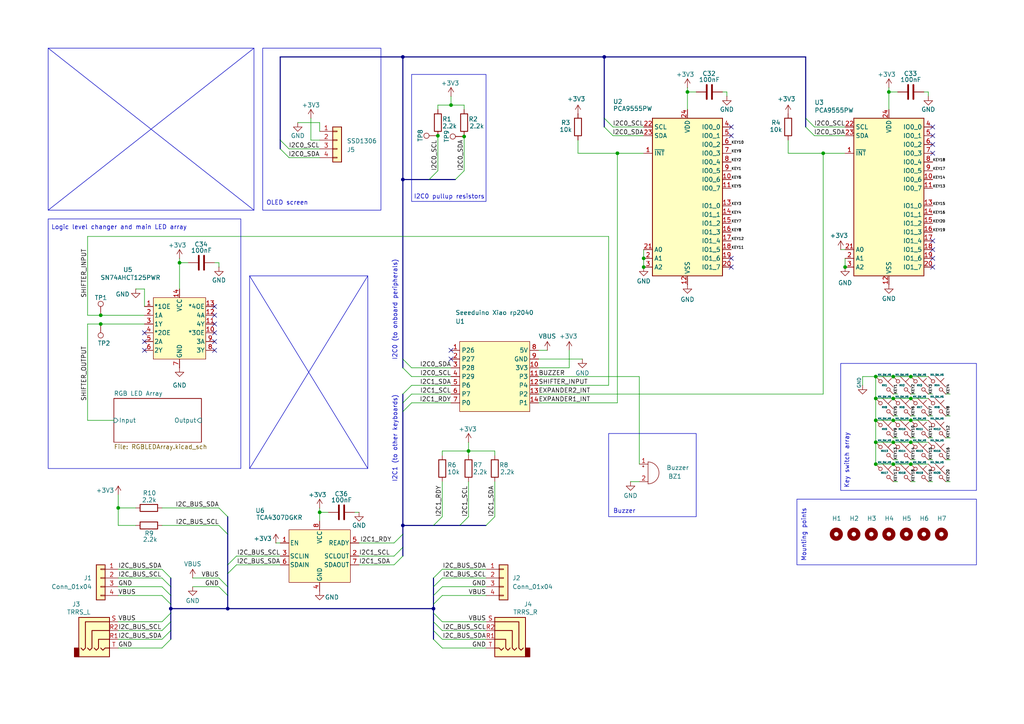
<source format=kicad_sch>
(kicad_sch (version 20250114) (generator "eeschema") (generator_version "9.0")
  (paper "A4")
  (title_block (title "The Interchange Keyboard - Hackpad Module") (date "2025-04-23") (company "Edward Hesketh"))
  (rectangle (start 243.84 105.41) (end 283.21 142.24))
  (rectangle (start 231.14 144.78) (end 283.21 163.83))
  (rectangle (start 176.53 125.73) (end 201.93 149.86))
  (rectangle (start 72.39 80.01) (end 106.68 135.89))
  (rectangle (start 13.97 13.97) (end 73.66 60.96))
  (rectangle (start 76.2 13.97) (end 110.49 60.96))
  (rectangle (start 13.97 63.5) (end 69.85 135.89))
  (rectangle (start 119.38 21.59) (end 140.97 58.42))
  (text "I2C1 (to other keyboards)" (at 114.554 127.254 90) (effects (font (size 1.27 1.27))))
  (text "I2C0 pullup resistors" (at 130.302 57.15 0) (effects (font (size 1.27 1.27))))
  (text "Buzzer" (at 181.102 148.336 0) (effects (font (size 1.27 1.27))))
  (text "Mounting points" (at 233.172 155.194 90) (effects (font (size 1.27 1.27))))
  (text "OLED screen" (at 83.312 58.928 0) (effects (font (size 1.27 1.27))))
  (text "Key switch array" (at 245.618 133.604 90) (effects (font (size 1.27 1.27))))
  (text "I2C0 (to onboard peripherals)" (at 114.554 89.916 90) (effects (font (size 1.27 1.27))))
  (text "Logic level changer and main LED array" (at 34.544 66.04 0) (effects (font (size 1.27 1.27))))
  (junction (at 259.08 109.22))
  (junction (at 34.29 147.32))
  (junction (at 254 115.57))
  (junction (at 245.11 77.47))
  (junction (at 264.16 128.27))
  (junction (at 134.62 39.5919))
  (junction (at 116.84 52.07))
  (junction (at 254 134.62))
  (junction (at 130.81 30.48))
  (junction (at 175.26 16.51))
  (junction (at 135.89 130.81))
  (junction (at 52.07 76.2))
  (junction (at 264.16 115.57))
  (junction (at 49.53 176.53))
  (junction (at 186.69 77.47))
  (junction (at 92.71 148.59))
  (junction (at 264.16 121.92))
  (junction (at 66.04 176.53))
  (junction (at 264.16 109.22))
  (junction (at 254 121.92))
  (junction (at 116.84 16.51))
  (junction (at 259.08 134.62))
  (junction (at 186.69 74.93))
  (junction (at 257.81 26.67))
  (junction (at 259.08 115.57))
  (junction (at 127 39.37))
  (junction (at 125.73 176.53))
  (junction (at 29.21 91.44))
  (junction (at 264.16 134.62))
  (junction (at 238.76 44.45))
  (junction (at 259.08 128.27))
  (junction (at 29.21 93.98))
  (junction (at 199.39 26.67))
  (junction (at 179.07 44.45))
  (junction (at 254 109.22))
  (junction (at 259.08 121.92))
  (junction (at 254 128.27))
  (junction (at 116.84 152.4))
  (no_connect (at 270.51 41.91))
  (no_connect (at 212.09 39.37))
  (no_connect (at 62.23 91.44))
  (no_connect (at 130.81 101.6))
  (no_connect (at 270.51 72.39))
  (no_connect (at 270.51 44.45))
  (no_connect (at 270.51 77.47))
  (no_connect (at 62.23 88.9))
  (no_connect (at 270.51 36.83))
  (no_connect (at 41.91 101.6))
  (no_connect (at 212.09 77.47))
  (no_connect (at 41.91 96.52))
  (no_connect (at 62.23 101.6))
  (no_connect (at 270.51 74.93))
  (no_connect (at 62.23 99.06))
  (no_connect (at 62.23 96.52))
  (no_connect (at 62.23 93.98))
  (no_connect (at 130.81 104.14))
  (no_connect (at 270.51 39.37))
  (no_connect (at 212.09 36.83))
  (no_connect (at 212.09 74.93))
  (no_connect (at 270.51 69.85))
  (no_connect (at 41.91 99.06))
  (bus_entry (at 125.73 152.4) (size 2.54 -2.54))
  (bus_entry (at 133.35 152.4) (size 2.54 -2.54))
  (bus_entry (at 116.84 114.3) (size 2.54 -2.54))
  (bus_entry (at 140.97 152.4) (size 2.54 -2.54))
  (bus_entry (at 175.26 34.29) (size 2.54 2.54))
  (bus_entry (at 128.27 165.1) (size -2.54 2.54))
  (bus_entry (at 46.99 170.18) (size 2.54 2.54))
  (bus_entry (at 66.04 170.18) (size -2.54 -2.54))
  (bus_entry (at 128.27 172.72) (size -2.54 2.54))
  (bus_entry (at 128.27 185.42) (size -2.54 -2.54))
  (bus_entry (at 66.04 172.72) (size -2.54 -2.54))
  (bus_entry (at 81.28 43.18) (size 2.54 2.54))
  (bus_entry (at 46.99 185.42) (size 2.54 -2.54))
  (bus_entry (at 68.58 161.29) (size -2.54 2.54))
  (bus_entry (at 175.26 36.83) (size 2.54 2.54))
  (bus_entry (at 128.27 187.96) (size -2.54 -2.54))
  (bus_entry (at 66.04 149.86) (size -2.54 -2.54))
  (bus_entry (at 116.84 116.84) (size 2.54 -2.54))
  (bus_entry (at 233.68 34.29) (size 2.54 2.54))
  (bus_entry (at 116.84 161.29) (size -2.54 2.54))
  (bus_entry (at 46.99 172.72) (size 2.54 2.54))
  (bus_entry (at 128.27 167.64) (size -2.54 2.54))
  (bus_entry (at 116.84 119.38) (size 2.54 -2.54))
  (bus_entry (at 128.27 182.88) (size -2.54 -2.54))
  (bus_entry (at 116.84 106.68) (size 2.54 2.54))
  (bus_entry (at 124.46 52.07) (size 2.54 -2.54))
  (bus_entry (at 114.3 157.48) (size 2.54 -2.54))
  (bus_entry (at 66.04 154.94) (size -2.54 -2.54))
  (bus_entry (at 132.08 52.07) (size 2.54 -2.54))
  (bus_entry (at 233.68 36.83) (size 2.54 2.54))
  (bus_entry (at 46.99 167.64) (size 2.54 2.54))
  (bus_entry (at 46.99 187.96) (size 2.54 -2.54))
  (bus_entry (at 46.99 182.88) (size 2.54 -2.54))
  (bus_entry (at 46.99 180.34) (size 2.54 -2.54))
  (bus_entry (at 46.99 165.1) (size 2.54 2.54))
  (bus_entry (at 68.58 163.83) (size -2.54 2.54))
  (bus_entry (at 116.84 158.75) (size -2.54 2.54))
  (bus_entry (at 81.28 40.64) (size 2.54 2.54))
  (bus_entry (at 128.27 180.34) (size -2.54 -2.54))
  (bus_entry (at 116.84 104.14) (size 2.54 2.54))
  (bus_entry (at 128.27 170.18) (size -2.54 2.54))
  (bus (pts (xy 49.53 176.53) (xy 66.04 176.53)))
  (wire (pts (xy 80.01 157.48) (xy 81.28 157.48)))
  (bus (pts (xy 81.28 40.64) (xy 81.28 43.18)))
  (wire (pts (xy 25.4 68.58) (xy 25.4 91.44)))
  (wire (pts (xy 156.21 116.84) (xy 179.07 116.84)))
  (wire (pts (xy 259.08 109.22) (xy 264.16 109.22)))
  (bus (pts (xy 116.84 16.51) (xy 175.26 16.51)))
  (bus (pts (xy 49.53 177.8) (xy 49.53 180.34)))
  (wire (pts (xy 46.99 187.96) (xy 34.29 187.96)))
  (wire (pts (xy 39.37 83.82) (xy 41.91 83.82)))
  (wire (pts (xy 46.99 147.32) (xy 63.5 147.32)))
  (wire (pts (xy 254 121.92) (xy 254 128.27)))
  (wire (pts (xy 260.35 133.35) (xy 259.08 133.35)))
  (bus (pts (xy 125.73 180.34) (xy 125.73 182.88)))
  (wire (pts (xy 245.11 74.93) (xy 245.11 77.47)))
  (bus (pts (xy 81.28 16.51) (xy 81.28 40.64)))
  (wire (pts (xy 25.4 93.98) (xy 25.4 121.92)))
  (bus (pts (xy 125.73 176.53) (xy 125.73 177.8)))
  (bus (pts (xy 116.84 52.07) (xy 124.46 52.07)))
  (wire (pts (xy 260.35 120.65) (xy 259.08 120.65)))
  (wire (pts (xy 265.43 120.65) (xy 264.16 120.65)))
  (wire (pts (xy 254 109.22) (xy 250.19 109.22)))
  (wire (pts (xy 260.35 26.67) (xy 257.81 26.67)))
  (wire (pts (xy 119.38 106.68) (xy 130.81 106.68)))
  (wire (pts (xy 177.8 39.37) (xy 186.69 39.37)))
  (wire (pts (xy 275.59 120.65) (xy 274.32 120.65)))
  (wire (pts (xy 264.16 121.92) (xy 269.24 121.92)))
  (wire (pts (xy 257.81 25.4) (xy 257.81 26.67)))
  (wire (pts (xy 260.35 139.7) (xy 259.08 139.7)))
  (wire (pts (xy 168.91 104.14) (xy 156.21 104.14)))
  (wire (pts (xy 54.61 76.2) (xy 52.07 76.2)))
  (wire (pts (xy 128.27 165.1) (xy 140.97 165.1)))
  (bus (pts (xy 49.53 182.88) (xy 49.53 185.42)))
  (wire (pts (xy 143.51 139.7) (xy 143.51 149.86)))
  (wire (pts (xy 238.76 44.45) (xy 245.11 44.45)))
  (wire (pts (xy 34.29 152.4) (xy 39.37 152.4)))
  (bus (pts (xy 116.84 104.14) (xy 116.84 106.68)))
  (wire (pts (xy 270.51 139.7) (xy 269.24 139.7)))
  (wire (pts (xy 86.36 35.56) (xy 92.71 35.56)))
  (wire (pts (xy 128.27 187.96) (xy 140.97 187.96)))
  (wire (pts (xy 130.81 30.48) (xy 134.62 30.48)))
  (wire (pts (xy 259.08 128.27) (xy 264.16 128.27)))
  (wire (pts (xy 104.14 157.48) (xy 114.3 157.48)))
  (wire (pts (xy 128.27 132.08) (xy 128.27 130.81)))
  (wire (pts (xy 25.4 121.92) (xy 33.02 121.92)))
  (wire (pts (xy 41.91 83.82) (xy 41.91 88.9)))
  (wire (pts (xy 46.99 172.72) (xy 34.29 172.72)))
  (bus (pts (xy 116.84 152.4) (xy 116.84 154.94)))
  (bus (pts (xy 125.73 167.64) (xy 125.73 170.18)))
  (bus (pts (xy 49.53 175.26) (xy 49.53 176.53)))
  (wire (pts (xy 63.5 77.47) (xy 63.5 76.2)))
  (wire (pts (xy 269.24 26.67) (xy 267.97 26.67)))
  (wire (pts (xy 254 128.27) (xy 259.08 128.27)))
  (wire (pts (xy 68.58 161.29) (xy 81.28 161.29)))
  (wire (pts (xy 259.08 115.57) (xy 264.16 115.57)))
  (wire (pts (xy 185.42 109.22) (xy 185.42 134.62)))
  (bus (pts (xy 49.53 172.72) (xy 49.53 175.26)))
  (wire (pts (xy 254 115.57) (xy 254 121.92)))
  (wire (pts (xy 228.6 44.45) (xy 238.76 44.45)))
  (wire (pts (xy 83.82 45.72) (xy 92.71 45.72)))
  (bus (pts (xy 66.04 170.18) (xy 66.04 172.72)))
  (wire (pts (xy 185.42 109.22) (xy 156.21 109.22)))
  (wire (pts (xy 275.59 114.3) (xy 274.32 114.3)))
  (wire (pts (xy 265.43 139.7) (xy 264.16 139.7)))
  (wire (pts (xy 167.64 44.45) (xy 167.64 40.64)))
  (bus (pts (xy 116.84 114.3) (xy 116.84 116.84)))
  (wire (pts (xy 52.07 74.93) (xy 52.07 76.2)))
  (wire (pts (xy 29.21 93.98) (xy 41.91 93.98)))
  (bus (pts (xy 66.04 149.86) (xy 66.04 154.94)))
  (wire (pts (xy 90.17 40.64) (xy 92.71 40.64)))
  (bus (pts (xy 66.04 176.53) (xy 125.73 176.53)))
  (wire (pts (xy 260.35 127) (xy 259.08 127)))
  (wire (pts (xy 254 128.27) (xy 254 134.62)))
  (wire (pts (xy 92.71 35.56) (xy 92.71 38.1)))
  (wire (pts (xy 265.43 127) (xy 264.16 127)))
  (wire (pts (xy 46.99 167.64) (xy 34.29 167.64)))
  (bus (pts (xy 49.53 170.18) (xy 49.53 172.72)))
  (bus (pts (xy 233.68 16.51) (xy 233.68 34.29)))
  (wire (pts (xy 135.89 130.81) (xy 135.89 132.08)))
  (wire (pts (xy 250.19 109.22) (xy 250.19 111.76)))
  (wire (pts (xy 63.5 167.64) (xy 55.88 167.64)))
  (wire (pts (xy 90.17 34.29) (xy 90.17 40.64)))
  (wire (pts (xy 34.29 147.32) (xy 34.29 152.4)))
  (wire (pts (xy 201.93 26.67) (xy 199.39 26.67)))
  (wire (pts (xy 46.99 182.88) (xy 34.29 182.88)))
  (wire (pts (xy 127 39.37) (xy 127 49.53)))
  (wire (pts (xy 119.38 116.84) (xy 130.81 116.84)))
  (wire (pts (xy 130.81 27.94) (xy 130.81 30.48)))
  (wire (pts (xy 39.37 147.32) (xy 34.29 147.32)))
  (polyline (pts (xy 106.68 80.01) (xy 72.39 135.89)))
  (wire (pts (xy 199.39 25.4) (xy 199.39 26.67)))
  (bus (pts (xy 125.73 175.26) (xy 125.73 176.53)))
  (wire (pts (xy 128.27 182.88) (xy 140.97 182.88)))
  (wire (pts (xy 243.84 72.39) (xy 245.11 72.39)))
  (wire (pts (xy 176.53 68.58) (xy 25.4 68.58)))
  (wire (pts (xy 199.39 26.67) (xy 199.39 31.75)))
  (bus (pts (xy 125.73 177.8) (xy 125.73 180.34)))
  (polyline (pts (xy 73.66 13.97) (xy 13.97 60.96)))
  (bus (pts (xy 125.73 152.4) (xy 133.35 152.4)))
  (wire (pts (xy 119.38 114.3) (xy 130.81 114.3)))
  (wire (pts (xy 257.81 26.67) (xy 257.81 31.75)))
  (wire (pts (xy 176.53 111.76) (xy 176.53 68.58)))
  (wire (pts (xy 92.71 147.32) (xy 92.71 148.59)))
  (bus (pts (xy 124.46 52.07) (xy 132.08 52.07)))
  (wire (pts (xy 210.82 26.67) (xy 209.55 26.67)))
  (wire (pts (xy 236.22 39.37) (xy 245.11 39.37)))
  (wire (pts (xy 158.75 101.6) (xy 156.21 101.6)))
  (wire (pts (xy 128.27 172.72) (xy 140.97 172.72)))
  (wire (pts (xy 228.6 40.64) (xy 228.6 44.45)))
  (wire (pts (xy 29.21 91.44) (xy 41.91 91.44)))
  (wire (pts (xy 156.21 114.3) (xy 238.76 114.3)))
  (wire (pts (xy 46.99 180.34) (xy 34.29 180.34)))
  (wire (pts (xy 95.25 148.59) (xy 92.71 148.59)))
  (wire (pts (xy 254 134.62) (xy 259.08 134.62)))
  (bus (pts (xy 116.84 158.75) (xy 116.84 161.29)))
  (bus (pts (xy 49.53 167.64) (xy 49.53 170.18)))
  (wire (pts (xy 29.21 93.98) (xy 25.4 93.98)))
  (wire (pts (xy 46.99 165.1) (xy 34.29 165.1)))
  (wire (pts (xy 270.51 127) (xy 269.24 127)))
  (wire (pts (xy 260.35 114.3) (xy 259.08 114.3)))
  (wire (pts (xy 25.4 91.44) (xy 29.21 91.44)))
  (wire (pts (xy 254 115.57) (xy 259.08 115.57)))
  (bus (pts (xy 175.26 16.51) (xy 233.68 16.51)))
  (wire (pts (xy 134.62 49.53) (xy 134.62 39.5919)))
  (bus (pts (xy 49.53 180.34) (xy 49.53 182.88)))
  (wire (pts (xy 275.59 139.7) (xy 274.32 139.7)))
  (wire (pts (xy 46.99 170.18) (xy 34.29 170.18)))
  (wire (pts (xy 254 121.92) (xy 259.08 121.92)))
  (wire (pts (xy 135.89 128.27) (xy 135.89 130.81)))
  (wire (pts (xy 92.71 148.59) (xy 92.71 151.13)))
  (bus (pts (xy 233.68 34.29) (xy 233.68 36.83)))
  (bus (pts (xy 116.84 119.38) (xy 116.84 152.4)))
  (wire (pts (xy 83.82 43.18) (xy 92.71 43.18)))
  (wire (pts (xy 165.1 106.68) (xy 156.21 106.68)))
  (polyline (pts (xy 13.97 13.97) (xy 73.66 60.96)))
  (bus (pts (xy 125.73 170.18) (xy 125.73 172.72)))
  (wire (pts (xy 119.38 111.76) (xy 130.81 111.76)))
  (wire (pts (xy 156.21 111.76) (xy 176.53 111.76)))
  (wire (pts (xy 104.14 161.29) (xy 114.3 161.29)))
  (wire (pts (xy 254 109.22) (xy 254 115.57)))
  (wire (pts (xy 104.14 163.83) (xy 114.3 163.83)))
  (wire (pts (xy 265.43 133.35) (xy 264.16 133.35)))
  (wire (pts (xy 135.89 139.7) (xy 135.89 149.86)))
  (wire (pts (xy 104.14 148.59) (xy 102.87 148.59)))
  (wire (pts (xy 264.16 115.57) (xy 269.24 115.57)))
  (wire (pts (xy 270.51 120.65) (xy 269.24 120.65)))
  (wire (pts (xy 134.62 39.5919) (xy 134.62 39.37)))
  (wire (pts (xy 134.62 30.48) (xy 134.62 31.75)))
  (wire (pts (xy 128.27 167.64) (xy 140.97 167.64)))
  (wire (pts (xy 177.8 36.83) (xy 186.69 36.83)))
  (wire (pts (xy 179.07 44.45) (xy 186.69 44.45)))
  (wire (pts (xy 182.88 139.7) (xy 185.42 139.7)))
  (wire (pts (xy 275.59 127) (xy 274.32 127)))
  (bus (pts (xy 49.53 176.53) (xy 49.53 177.8)))
  (bus (pts (xy 175.26 16.51) (xy 175.26 34.29)))
  (wire (pts (xy 34.29 143.51) (xy 34.29 147.32)))
  (wire (pts (xy 275.59 133.35) (xy 274.32 133.35)))
  (bus (pts (xy 81.28 16.51) (xy 116.84 16.51)))
  (bus (pts (xy 116.84 52.07) (xy 116.84 104.14)))
  (wire (pts (xy 127 30.48) (xy 130.81 30.48)))
  (wire (pts (xy 238.76 44.45) (xy 238.76 114.3)))
  (bus (pts (xy 116.84 116.84) (xy 116.84 119.38)))
  (wire (pts (xy 165.1 101.6) (xy 165.1 106.68)))
  (bus (pts (xy 66.04 154.94) (xy 66.04 163.83)))
  (wire (pts (xy 63.5 76.2) (xy 62.23 76.2)))
  (wire (pts (xy 270.51 114.3) (xy 269.24 114.3)))
  (wire (pts (xy 128.27 180.34) (xy 140.97 180.34)))
  (wire (pts (xy 68.58 163.83) (xy 81.28 163.83)))
  (wire (pts (xy 63.5 170.18) (xy 55.88 170.18)))
  (wire (pts (xy 143.51 130.81) (xy 143.51 132.08)))
  (wire (pts (xy 186.69 72.39) (xy 186.69 74.93)))
  (wire (pts (xy 269.24 27.94) (xy 269.24 26.67)))
  (wire (pts (xy 186.69 74.93) (xy 186.69 77.47)))
  (bus (pts (xy 116.84 52.07) (xy 116.84 16.51)))
  (wire (pts (xy 179.07 116.84) (xy 179.07 44.45)))
  (bus (pts (xy 66.04 166.37) (xy 66.04 170.18)))
  (bus (pts (xy 66.04 163.83) (xy 66.04 166.37)))
  (wire (pts (xy 236.22 36.83) (xy 245.11 36.83)))
  (wire (pts (xy 167.64 44.45) (xy 179.07 44.45)))
  (wire (pts (xy 119.38 109.22) (xy 130.81 109.22)))
  (wire (pts (xy 264.16 128.27) (xy 269.24 128.27)))
  (wire (pts (xy 265.43 114.3) (xy 264.16 114.3)))
  (wire (pts (xy 135.89 130.81) (xy 143.51 130.81)))
  (bus (pts (xy 125.73 182.88) (xy 125.73 185.42)))
  (wire (pts (xy 46.99 152.4) (xy 63.5 152.4)))
  (wire (pts (xy 52.07 76.2) (xy 52.07 83.82)))
  (bus (pts (xy 116.84 152.4) (xy 125.73 152.4)))
  (bus (pts (xy 66.04 172.72) (xy 66.04 176.53)))
  (wire (pts (xy 210.82 27.94) (xy 210.82 26.67)))
  (bus (pts (xy 116.84 154.94) (xy 116.84 158.75)))
  (wire (pts (xy 264.16 134.62) (xy 269.24 134.62)))
  (bus (pts (xy 175.26 34.29) (xy 175.26 36.83)))
  (wire (pts (xy 254 109.22) (xy 259.08 109.22)))
  (wire (pts (xy 270.51 133.35) (xy 269.24 133.35)))
  (wire (pts (xy 259.08 134.62) (xy 264.16 134.62)))
  (wire (pts (xy 259.08 121.92) (xy 264.16 121.92)))
  (wire (pts (xy 128.27 139.7) (xy 128.27 149.86)))
  (wire (pts (xy 128.27 185.42) (xy 140.97 185.42)))
  (wire (pts (xy 46.99 185.42) (xy 34.29 185.42)))
  (wire (pts (xy 128.27 170.18) (xy 140.97 170.18)))
  (wire (pts (xy 127 30.48) (xy 127 31.75)))
  (wire (pts (xy 264.16 109.22) (xy 269.24 109.22)))
  (bus (pts (xy 125.73 172.72) (xy 125.73 175.26)))
  (bus (pts (xy 133.35 152.4) (xy 140.97 152.4)))
  (polyline (pts (xy 72.39 80.01) (xy 106.68 135.89)))
  (wire (pts (xy 128.27 130.81) (xy 135.89 130.81)))
  (label "KEY13" (at 270.51 54.61 0) (effects (font (size 0.75 0.75))))
  (label "I2C1_SCL" (at 135.89 149.86 90))
  (label "KEY19" (at 270.51 139.7 90) (effects (font (size 0.75 0.75))))
  (label "I2C_BUS_SCL" (at 34.29 167.64 0))
  (label "I2C1_SCL" (at 130.81 114.3 180))
  (label "KEY17" (at 260.35 139.7 90) (effects (font (size 0.75 0.75))))
  (label "KEY9" (at 212.09 44.45 0) (effects (font (size 0.75 0.75))))
  (label "KEY5" (at 212.09 54.61 0) (effects (font (size 0.75 0.75))))
  (label "KEY14" (at 270.51 52.07 0) (effects (font (size 0.75 0.75))))
  (label "I2C_BUS_SCL" (at 34.29 182.88 0))
  (label "VBUS" (at 34.29 172.72 0))
  (label "KEY11" (at 270.51 127 90) (effects (font (size 0.75 0.75))))
  (label "KEY10" (at 265.43 127 90) (effects (font (size 0.75 0.75))))
  (label "KEY10" (at 212.09 41.91 0) (effects (font (size 0.75 0.75))))
  (label "GND" (at 34.29 187.96 0))
  (label "KEY2" (at 212.09 46.99 0) (effects (font (size 0.75 0.75))))
  (label "KEY4" (at 275.59 114.3 90) (effects (font (size 0.75 0.75))))
  (label "GND" (at 63.5 170.18 180))
  (label "KEY14" (at 265.43 133.35 90) (effects (font (size 0.75 0.75))))
  (label "I2C0_SDA" (at 130.81 106.68 180))
  (label "I2C_BUS_SCL" (at 140.97 167.64 180))
  (label "KEY15" (at 270.51 59.69 0) (effects (font (size 0.75 0.75))))
  (label "KEY7" (at 212.09 64.77 0) (effects (font (size 0.75 0.75))))
  (label "I2C_BUS_SCL" (at 81.28 161.29 180))
  (label "KEY4" (at 212.09 62.23 0) (effects (font (size 0.75 0.75))))
  (label "VBUS" (at 140.97 172.72 180))
  (label "KEY11" (at 212.09 72.39 0) (effects (font (size 0.75 0.75))))
  (label "I2C1_SCL" (at 104.14 161.29 0))
  (label "KEY6" (at 265.43 120.65 90) (effects (font (size 0.75 0.75))))
  (label "I2C0_SCL" (at 245.11 36.83 180))
  (label "SHIFTER_INPUT" (at 25.4 86.36 90))
  (label "SHIFTER_OUTPUT" (at 25.4 100.33 270))
  (label "KEY3" (at 212.09 59.69 0) (effects (font (size 0.75 0.75))))
  (label "BUZZER" (at 156.21 109.22 0))
  (label "EXPANDER1_INT" (at 156.21 116.84 0))
  (label "KEY6" (at 212.09 52.07 0) (effects (font (size 0.75 0.75))))
  (label "I2C_BUS_SDA" (at 140.97 165.1 180))
  (label "KEY20" (at 275.59 139.7 90) (effects (font (size 0.75 0.75))))
  (label "I2C1_RDY" (at 130.81 116.84 180))
  (label "I2C1_SDA" (at 104.14 163.83 0))
  (label "I2C0_SCL" (at 92.71 43.18 180))
  (label "I2C1_SDA" (at 130.81 111.76 180))
  (label "I2C0_SDA" (at 134.62 49.53 90))
  (label "VBUS" (at 63.5 167.64 180))
  (label "GND" (at 140.97 187.96 180))
  (label "I2C1_RDY" (at 104.4579 157.48 0))
  (label "I2C_BUS_SDA" (at 81.28 163.83 180))
  (label "I2C_BUS_SCL" (at 63.5 152.4 180))
  (label "KEY7" (at 270.51 120.65 90) (effects (font (size 0.75 0.75))))
  (label "KEY8" (at 212.09 67.31 0) (effects (font (size 0.75 0.75))))
  (label "I2C0_SCL" (at 186.69 36.83 180))
  (label "I2C0_SDA" (at 186.69 39.37 180))
  (label "I2C0_SCL" (at 130.81 109.22 180))
  (label "KEY12" (at 212.09 69.85 0) (effects (font (size 0.75 0.75))))
  (label "EXPANDER2_INT" (at 156.21 114.3 0))
  (label "KEY5" (at 260.35 120.65 90) (effects (font (size 0.75 0.75))))
  (label "I2C1_RDY" (at 128.27 149.86 90))
  (label "KEY18" (at 265.43 139.7 90) (effects (font (size 0.75 0.75))))
  (label "I2C_BUS_SDA" (at 140.97 185.42 180))
  (label "VBUS" (at 140.97 180.34 180))
  (label "VBUS" (at 34.29 180.34 0))
  (label "KEY16" (at 270.51 62.23 0) (effects (font (size 0.75 0.75))))
  (label "KEY1" (at 212.09 49.53 0) (effects (font (size 0.75 0.75))))
  (label "I2C_BUS_SDA" (at 34.29 165.1 0))
  (label "KEY2" (at 265.43 114.3 90) (effects (font (size 0.75 0.75))))
  (label "I2C0_SDA" (at 245.11 39.37 180))
  (label "KEY19" (at 270.51 67.31 0) (effects (font (size 0.75 0.75))))
  (label "KEY9" (at 260.35 127 90) (effects (font (size 0.75 0.75))))
  (label "GND" (at 34.29 170.18 0))
  (label "KEY12" (at 275.59 127 90) (effects (font (size 0.75 0.75))))
  (label "KEY8" (at 275.59 120.65 90) (effects (font (size 0.75 0.75))))
  (label "I2C0_SCL" (at 127 49.53 90))
  (label "KEY1" (at 260.35 114.3 90) (effects (font (size 0.75 0.75))))
  (label "GND" (at 140.97 170.18 180))
  (label "I2C_BUS_SDA" (at 63.5 147.32 180))
  (label "KEY3" (at 270.51 114.3 90) (effects (font (size 0.75 0.75))))
  (label "KEY13" (at 260.35 133.35 90) (effects (font (size 0.75 0.75))))
  (label "KEY15" (at 270.51 133.35 90) (effects (font (size 0.75 0.75))))
  (label "I2C0_SDA" (at 92.71 45.72 180))
  (label "KEY16" (at 275.59 133.35 90) (effects (font (size 0.75 0.75))))
  (label "SHIFTER_INPUT" (at 156.21 111.76 0))
  (label "I2C1_SDA" (at 143.51 149.86 90))
  (label "KEY18" (at 270.51 46.99 0) (effects (font (size 0.75 0.75))))
  (label "KEY17" (at 270.51 49.53 0) (effects (font (size 0.75 0.75))))
  (label "I2C_BUS_SDA" (at 34.29 185.42 0))
  (label "KEY20" (at 270.51 64.77 0) (effects (font (size 0.75 0.75))))
  (label "I2C_BUS_SCL" (at 140.97 182.88 180))
  (symbol (lib_id "power:GND") (at 182.88 139.7 0) (unit 1)
    (property "Reference" "#PWR041" (effects (hide yes)))
    (property "Value" "GND" (at 182.88 143.764 0))
    (property "Description" "Power symbol creates a global label with name \"GND\" , ground" (effects (hide yes)))
  )
  (symbol (lib_id "Connector:TestPoint") (at 29.21 93.98 180) (unit 1)
    (property "Reference" "TP2" (at 32.004 99.568 0) (effects (justify left)))
    (property "Value" "TestPoint" (effects (hide yes)))
    (property "Footprint" "TestPoint:TestPoint_Pad_D1.5mm" (effects (hide yes)))
    (property "Description" "test point" (effects (hide yes)))
  )
  (symbol (lib_id "power:+3V3") (at 130.81 27.94 0) (mirror y) (unit 1)
    (property "Reference" "#PWR039" (effects (hide yes)))
    (property "Value" "+3V3" (at 130.556 24.13 0))
  )
  (symbol (lib_id "power:GND") (at 92.71 171.45 0) (unit 1)
    (property "Reference" "#PWR010" (effects (hide yes)))
    (property "Value" "GND" (at 96.266 173.228 0))
    (property "Description" "Power symbol creates a global label with name \"GND\" , ground" (effects (hide yes)))
  )
  (symbol (lib_id "PCM_marbastlib-mx:MX_SW_HS_CPG151101S11") (at 271.78 124.46 0) (unit 1)
    (property "Reference" "MX12" (at 271.78 124.46 0) (effects (font (size 0.5 0.5))))
    (property "Value" "MX_SW_HS" (at 271.78 121.412 0) (effects (font (size 0.5 0.5))))
    (property "Footprint" "CustomFootprints:SW_choc_mx_combined" (effects (hide yes)))
    (property "Description" "Push button switch, normally open, two pins, 45° tilted, Kailh CPG151101S11 for Cherry MX style switches" (effects (hide yes)))
  )
  (symbol (lib_id "Mechanical:MountingHole") (at 267.97 154.94 0) (unit 1) (in_bom no)
    (property "Reference" "H6" (at 266.7 150.368 0) (effects (justify left)))
    (property "Value" "MountingHole_Pad" (effects (hide yes)))
    (property "Footprint" "MountingHole:MountingHole_3.2mm_M3" (effects (hide yes)))
    (property "Description" "Mounting Hole without connection" (effects (hide yes)))
  )
  (symbol (lib_id "power:+3V3") (at 135.89 128.27 0) (mirror y) (unit 1)
    (property "Reference" "#PWR044" (effects (hide yes)))
    (property "Value" "+3V3" (at 135.636 124.46 0))
  )
  (symbol (lib_id "power:GND") (at 250.19 111.76 0) (unit 1)
    (property "Reference" "#PWR022" (effects (hide yes)))
    (property "Value" "GND" (at 249.174 110.998 90) (effects (font (size 1 1))))
    (property "Description" "Power symbol creates a global label with name \"GND\" , ground" (effects (hide yes)))
  )
  (symbol (lib_id "power:GND") (at 63.5 77.47 0) (unit 1)
    (property "Reference" "#PWR04" (effects (hide yes)))
    (property "Value" "GND" (at 63.5 81.28 0))
  )
  (symbol (lib_id "Mechanical:MountingHole") (at 242.57 154.94 0) (unit 1) (in_bom no)
    (property "Reference" "H1" (at 241.3 150.368 0) (effects (justify left)))
    (property "Value" "MountingHole_Pad" (effects (hide yes)))
    (property "Footprint" "MountingHole:MountingHole_3.2mm_M3" (effects (hide yes)))
    (property "Description" "Mounting Hole without connection" (effects (hide yes)))
  )
  (symbol (lib_id "power:+3V3") (at 92.71 147.32 0) (unit 1)
    (property "Reference" "#PWR043" (effects (hide yes)))
    (property "Value" "+3V3" (at 89.408 143.51 0) (effects (justify left)))
  )
  (symbol (lib_id "Mechanical:MountingHole") (at 273.05 154.94 0) (unit 1) (in_bom no)
    (property "Reference" "H7" (at 271.78 150.368 0) (effects (justify left)))
    (property "Value" "MountingHole_Pad" (effects (hide yes)))
    (property "Footprint" "MountingHole:MountingHole_3.2mm_M3" (effects (hide yes)))
    (property "Description" "Mounting Hole without connection" (effects (hide yes)))
  )
  (symbol (lib_id "PCM_marbastlib-mx:MX_SW_HS_CPG151101S11") (at 256.54 111.76 0) (unit 1)
    (property "Reference" "MX1" (at 256.54 111.76 0) (effects (font (size 0.5 0.5))))
    (property "Value" "MX_SW_HS" (at 256.54 108.712 0) (effects (font (size 0.5 0.5))))
    (property "Footprint" "CustomFootprints:SW_choc_mx_combined" (effects (hide yes)))
    (property "Description" "Push button switch, normally open, two pins, 45° tilted, Kailh CPG151101S11 for Cherry MX style switches" (effects (hide yes)))
  )
  (symbol (lib_id "power:+3V3") (at 52.07 74.93 0) (unit 1)
    (property "Reference" "#PWR040" (effects (hide yes)))
    (property "Value" "+3V3" (at 48.768 71.12 0) (effects (justify left)))
  )
  (symbol (lib_id "Interface_Expansion:PCA9555PW") (at 257.81 57.15 0) (unit 1)
    (property "Reference" "U3" (at 236.22 29.718 0) (effects (justify left)))
    (property "Value" "PCA9555PW" (at 236.22 32.004 0) (effects (justify left)))
    (property "Footprint" "Package_SO:TSSOP-24_4.4x7.8mm_P0.65mm" (effects (hide yes)))
    (property "Datasheet" "https://www.nxp.com/docs/en/data-sheet/PCA9555.pdf" (effects (hide yes)))
    (property "Description" "IO expander 16 GPIO, I2C 400kHz, Interrupt, 2.3 - 5.5V, TSSOP-24" (effects (hide yes)))
  )
  (symbol (lib_id "power:GND") (at 104.14 148.59 0) (unit 1)
    (property "Reference" "#PWR05" (effects (hide yes)))
    (property "Value" "GND" (at 104.14 152.4 0))
  )
  (symbol (lib_id "Connector_Audio:AudioJack4") (at 146.05 182.88 0) (mirror y) (unit 1)
    (property "Reference" "J4" (at 153.162 175.26 0))
    (property "Value" "TRRS_R" (at 152.4 177.546 0))
    (property "Footprint" "Connector_Audio:Jack_3.5mm_KoreanHropartsElec_PJ-320D-4A_Horizontal" (effects (hide yes)))
    (property "Description" "Audio Jack, 4 Poles (TRRS)" (effects (hide yes)))
  )
  (symbol (lib_id "PCM_marbastlib-mx:MX_SW_HS_CPG151101S11") (at 266.7 124.46 0) (unit 1)
    (property "Reference" "MX11" (at 266.7 124.46 0) (effects (font (size 0.5 0.5))))
    (property "Value" "MX_SW_HS" (at 266.7 121.412 0) (effects (font (size 0.5 0.5))))
    (property "Footprint" "CustomFootprints:SW_choc_mx_combined" (effects (hide yes)))
    (property "Description" "Push button switch, normally open, two pins, 45° tilted, Kailh CPG151101S11 for Cherry MX style switches" (effects (hide yes)))
  )
  (symbol (lib_id "Connector_Audio:AudioJack4") (at 29.21 182.88 0) (unit 1)
    (property "Reference" "J3" (at 22.098 175.26 0))
    (property "Value" "TRRS_L" (at 22.86 177.546 0))
    (property "Footprint" "Connector_Audio:Jack_3.5mm_KoreanHropartsElec_PJ-320D-4A_Horizontal" (effects (hide yes)))
    (property "Description" "Audio Jack, 4 Poles (TRRS)" (effects (hide yes)))
  )
  (symbol (lib_id "Connector:TestPoint") (at 127 39.37 90) (unit 1)
    (property "Reference" "TP8" (at 121.92 41.148 0) (effects (justify left)))
    (property "Value" "TestPoint" (effects (hide yes)))
    (property "Footprint" "TestPoint:TestPoint_Pad_D1.5mm" (effects (hide yes)))
    (property "Description" "test point" (effects (hide yes)))
  )
  (symbol (lib_id "power:+3V3") (at 80.01 157.48 0) (unit 1)
    (property "Reference" "#PWR026" (effects (hide yes)))
    (property "Value" "+3V3" (at 76.2 156.21 0))
    (property "Description" "Power symbol creates a global label with name \"+3V3\"" (effects (hide yes)))
  )
  (symbol (lib_id "Device:R") (at 134.62 35.56 0) (unit 1)
    (property "Reference" "R2" (at 135.89 34.544 0) (effects (justify left)))
    (property "Value" "2.2k" (at 136.144 36.576 0) (effects (justify left)))
    (property "Footprint" "Resistor_SMD:R_0603_1608Metric_Pad0.98x0.95mm_HandSolder" (effects (hide yes)))
    (property "Description" "Resistor" (effects (hide yes)))
  )
  (symbol (lib_id "PCM_marbastlib-mx:MX_SW_HS_CPG151101S11") (at 271.78 130.81 0) (unit 1)
    (property "Reference" "MX16" (at 271.78 130.81 0) (effects (font (size 0.5 0.5))))
    (property "Value" "MX_SW_HS" (at 271.78 127.762 0) (effects (font (size 0.5 0.5))))
    (property "Footprint" "CustomFootprints:SW_choc_mx_combined" (effects (hide yes)))
    (property "Description" "Push button switch, normally open, two pins, 45° tilted, Kailh CPG151101S11 for Cherry MX style switches" (effects (hide yes)))
  )
  (symbol (lib_id "Device:C") (at 205.74 26.67 270) (unit 1)
    (property "Reference" "C32" (at 203.708 21.336 90) (effects (justify left)))
    (property "Value" "100nF" (at 202.692 23.114 90) (effects (justify left)))
    (property "Footprint" "Capacitor_SMD:C_0603_1608Metric_Pad1.08x0.95mm_HandSolder" (effects (hide yes)))
    (property "Description" "Unpolarized capacitor" (effects (hide yes)))
  )
  (symbol (lib_id "Device:R") (at 143.51 135.89 0) (unit 1)
    (property "Reference" "R8" (at 144.78 134.874 0) (effects (justify left)))
    (property "Value" "2.2k" (at 145.034 136.906 0) (effects (justify left)))
    (property "Footprint" "Resistor_SMD:R_0603_1608Metric_Pad0.98x0.95mm_HandSolder" (effects (hide yes)))
    (property "Description" "Resistor" (effects (hide yes)))
  )
  (symbol (lib_id "CustomSymbols:TCA4307DGKR") (at 92.71 161.29 0) (unit 1)
    (property "Reference" "U6" (at 75.438 148.082 0))
    (property "Value" "TCA4307DGKR" (at 81.026 150.114 0))
    (property "Footprint" "CustomFootprints:SOIC8_DGK_TEX" (effects (hide yes)))
    (property "Datasheet" "TCA4307DGKR" (effects (hide yes)))
  )
  (symbol (lib_id "Interface_Expansion:PCA9555PW") (at 199.39 57.15 0) (unit 1)
    (property "Reference" "U2" (at 177.8 29.464 0) (effects (justify left)))
    (property "Value" "PCA9555PW" (at 177.8 31.496 0) (effects (justify left)))
    (property "Footprint" "Package_SO:TSSOP-24_4.4x7.8mm_P0.65mm" (effects (hide yes)))
    (property "Datasheet" "https://www.nxp.com/docs/en/data-sheet/PCA9555.pdf" (effects (hide yes)))
    (property "Description" "IO expander 16 GPIO, I2C 400kHz, Interrupt, 2.3 - 5.5V, TSSOP-24" (effects (hide yes)))
  )
  (symbol (lib_id "Device:R") (at 167.64 36.83 0) (unit 1)
    (property "Reference" "R3" (at 164.084 35.56 0))
    (property "Value" "10k" (at 164.084 37.592 0))
    (property "Footprint" "Resistor_SMD:R_0603_1608Metric_Pad0.98x0.95mm_HandSolder" (effects (hide yes)))
    (property "Description" "Resistor" (effects (hide yes)))
  )
  (symbol (lib_id "Device:C") (at 264.16 26.67 270) (unit 1)
    (property "Reference" "C33" (at 262.128 21.336 90) (effects (justify left)))
    (property "Value" "100nF" (at 261.112 23.114 90) (effects (justify left)))
    (property "Footprint" "Capacitor_SMD:C_0603_1608Metric_Pad1.08x0.95mm_HandSolder" (effects (hide yes)))
    (property "Description" "Unpolarized capacitor" (effects (hide yes)))
  )
  (symbol (lib_id "PCM_marbastlib-mx:MX_SW_HS_CPG151101S11") (at 266.7 118.11 0) (unit 1)
    (property "Reference" "MX7" (at 266.7 118.11 0) (effects (font (size 0.5 0.5))))
    (property "Value" "MX_SW_HS" (at 266.7 115.062 0) (effects (font (size 0.5 0.5))))
    (property "Footprint" "CustomFootprints:SW_choc_mx_combined" (effects (hide yes)))
    (property "Description" "Push button switch, normally open, two pins, 45° tilted, Kailh CPG151101S11 for Cherry MX style switches" (effects (hide yes)))
  )
  (symbol (lib_id "PCM_marbastlib-mx:MX_SW_HS_CPG151101S11") (at 271.78 111.76 0) (unit 1)
    (property "Reference" "MX4" (at 271.78 111.76 0) (effects (font (size 0.5 0.5))))
    (property "Value" "MX_SW_HS" (at 271.78 108.712 0) (effects (font (size 0.5 0.5))))
    (property "Footprint" "CustomFootprints:SW_choc_mx_combined" (effects (hide yes)))
    (property "Description" "Push button switch, normally open, two pins, 45° tilted, Kailh CPG151101S11 for Cherry MX style switches" (effects (hide yes)))
  )
  (symbol (lib_id "PCM_marbastlib-promicroish:Seeeduino_Xiao_rp2040") (at 143.51 109.22 0) (unit 1) (in_bom no)
    (property "Reference" "U1" (at 132.08 93.218 0) (effects (justify left)))
    (property "Value" "Seeeduino Xiao rp2040" (at 132.08 90.678 0) (effects (justify left)))
    (property "Footprint" "CustomFootprints:Xiao_rp2040_AC_Reflow_Custom" (effects (hide yes)))
    (property "Description" "Symbol for a Seeeduino Xiao rp2040" (effects (hide yes)))
  )
  (symbol (lib_id "power:VBUS") (at 55.88 167.64 0) (unit 1)
    (property "Reference" "#PWR09" (effects (hide yes)))
    (property "Value" "VBUS" (at 55.88 163.576 0))
    (property "Description" "Power symbol creates a global label with name \"VBUS\"" (effects (hide yes)))
  )
  (symbol (lib_id "PCM_marbastlib-mx:MX_SW_HS_CPG151101S11") (at 266.7 130.81 0) (unit 1)
    (property "Reference" "MX15" (at 266.7 130.81 0) (effects (font (size 0.5 0.5))))
    (property "Value" "MX_SW_HS" (at 266.7 127.762 0) (effects (font (size 0.5 0.5))))
    (property "Footprint" "CustomFootprints:SW_choc_mx_combined" (effects (hide yes)))
    (property "Description" "Push button switch, normally open, two pins, 45° tilted, Kailh CPG151101S11 for Cherry MX style switches" (effects (hide yes)))
  )
  (symbol (lib_id "Mechanical:MountingHole") (at 262.89 154.94 0) (unit 1) (in_bom no)
    (property "Reference" "H5" (at 261.62 150.368 0) (effects (justify left)))
    (property "Value" "MountingHole_Pad" (effects (hide yes)))
    (property "Footprint" "MountingHole:MountingHole_3.2mm_M3" (effects (hide yes)))
    (property "Description" "Mounting Hole without connection" (effects (hide yes)))
  )
  (symbol (lib_id "power:+3V3") (at 90.17 34.29 0) (unit 1)
    (property "Reference" "#PWR031" (effects (hide yes)))
    (property "Value" "+3V3" (at 90.17 30.48 0))
  )
  (symbol (lib_id "Connector:TestPoint") (at 29.21 91.44 0) (unit 1)
    (property "Reference" "TP1" (at 27.432 86.36 0) (effects (justify left)))
    (property "Value" "TestPoint" (effects (hide yes)))
    (property "Footprint" "TestPoint:TestPoint_Pad_D1.5mm" (effects (hide yes)))
    (property "Description" "test point" (effects (hide yes)))
  )
  (symbol (lib_id "power:VBUS") (at 158.75 101.6 0) (unit 1)
    (property "Reference" "#PWR029" (effects (hide yes)))
    (property "Value" "VBUS" (at 158.75 97.536 0))
    (property "Description" "Power symbol creates a global label with name \"VBUS\"" (effects (hide yes)))
  )
  (symbol (lib_id "PCM_marbastlib-mx:MX_SW_HS_CPG151101S11") (at 261.62 111.76 0) (unit 1)
    (property "Reference" "MX2" (at 261.62 111.76 0) (effects (font (size 0.5 0.5))))
    (property "Value" "MX_SW_HS" (at 261.62 108.712 0) (effects (font (size 0.5 0.5))))
    (property "Footprint" "CustomFootprints:SW_choc_mx_combined" (effects (hide yes)))
    (property "Description" "Push button switch, normally open, two pins, 45° tilted, Kailh CPG151101S11 for Cherry MX style switches" (effects (hide yes)))
  )
  (symbol (lib_id "power:GND") (at 199.39 82.55 0) (unit 1)
    (property "Reference" "#PWR014" (effects (hide yes)))
    (property "Value" "GND" (at 199.39 86.868 0))
  )
  (symbol (lib_id "power:GND") (at 39.37 83.82 0) (unit 1)
    (property "Reference" "#PWR048" (effects (hide yes)))
    (property "Value" "GND" (at 35.56 85.344 0))
    (property "Description" "Power symbol creates a global label with name \"GND\" , ground" (effects (hide yes)))
  )
  (symbol (lib_id "power:+3V3") (at 199.39 25.4 0) (unit 1)
    (property "Reference" "#PWR034" (effects (hide yes)))
    (property "Value" "+3V3" (at 196.088 21.59 0) (effects (justify left)))
  )
  (symbol (lib_id "PCM_marbastlib-mx:MX_SW_HS_CPG151101S11") (at 266.7 111.76 0) (unit 1)
    (property "Reference" "MX3" (at 266.7 111.76 0) (effects (font (size 0.5 0.5))))
    (property "Value" "MX_SW_HS" (at 266.7 108.712 0) (effects (font (size 0.5 0.5))))
    (property "Footprint" "CustomFootprints:SW_choc_mx_combined" (effects (hide yes)))
    (property "Description" "Push button switch, normally open, two pins, 45° tilted, Kailh CPG151101S11 for Cherry MX style switches" (effects (hide yes)))
  )
  (symbol (lib_id "power:+3V3") (at 257.81 25.4 0) (unit 1)
    (property "Reference" "#PWR035" (effects (hide yes)))
    (property "Value" "+3V3" (at 254.508 21.59 0) (effects (justify left)))
  )
  (symbol (lib_id "Connector_Generic:Conn_01x04") (at 29.21 167.64 0) (mirror y) (unit 1)
    (property "Reference" "J1" (at 26.67 167.6399 0) (effects (justify left)))
    (property "Value" "Conn_01x04" (at 26.67 170.1799 0) (effects (justify left)))
    (property "Footprint" "CustomFootprints:MagneticSlot_Right" (effects (hide yes)))
    (property "Description" "Generic connector, single row, 01x04, script generated (kicad-library-utils/schlib/autogen/connector/)" (effects (hide yes)))
  )
  (symbol (lib_id "power:+3V3") (at 228.6 33.02 0) (unit 1)
    (property "Reference" "#PWR036" (effects (hide yes)))
    (property "Value" "+3V3" (at 228.092 28.702 0))
    (property "Description" "Power symbol creates a global label with name \"+3V3\"" (effects (hide yes)))
  )
  (symbol (lib_id "Device:R") (at 228.6 36.83 0) (unit 1)
    (property "Reference" "R4" (at 225.044 35.56 0))
    (property "Value" "10k" (at 225.044 37.592 0))
    (property "Footprint" "Resistor_SMD:R_0603_1608Metric_Pad0.98x0.95mm_HandSolder" (effects (hide yes)))
    (property "Description" "Resistor" (effects (hide yes)))
  )
  (symbol (lib_id "PCM_marbastlib-mx:MX_SW_HS_CPG151101S11") (at 271.78 137.16 0) (unit 1)
    (property "Reference" "MX20" (at 271.78 137.16 0) (effects (font (size 0.5 0.5))))
    (property "Value" "MX_SW_HS" (at 271.78 134.112 0) (effects (font (size 0.5 0.5))))
    (property "Footprint" "CustomFootprints:SW_choc_mx_combined" (effects (hide yes)))
    (property "Description" "Push button switch, normally open, two pins, 45° tilted, Kailh CPG151101S11 for Cherry MX style switches" (effects (hide yes)))
  )
  (symbol (lib_id "power:GND") (at 245.11 77.47 0) (unit 1)
    (property "Reference" "#PWR013" (effects (hide yes)))
    (property "Value" "GND" (at 245.11 82.042 0))
  )
  (symbol (lib_id "Connector:TestPoint") (at 134.62 39.5919 90) (unit 1)
    (property "Reference" "TP9" (at 129.54 41.3699 0) (effects (justify left)))
    (property "Value" "TestPoint" (effects (hide yes)))
    (property "Footprint" "TestPoint:TestPoint_Pad_D1.5mm" (effects (hide yes)))
    (property "Description" "test point" (effects (hide yes)))
  )
  (symbol (lib_id "power:GND") (at 168.91 104.14 0) (unit 1)
    (property "Reference" "#PWR030" (effects (hide yes)))
    (property "Value" "GND" (at 168.91 108.204 0))
    (property "Description" "Power symbol creates a global label with name \"GND\" , ground" (effects (hide yes)))
  )
  (symbol (lib_id "power:GND") (at 86.36 35.56 0) (unit 1)
    (property "Reference" "#PWR028" (effects (hide yes)))
    (property "Value" "GND" (at 86.36 39.37 0))
  )
  (symbol (lib_id "Mechanical:MountingHole") (at 247.65 154.94 0) (unit 1) (in_bom no)
    (property "Reference" "H2" (at 246.38 150.368 0) (effects (justify left)))
    (property "Value" "MountingHole_Pad" (effects (hide yes)))
    (property "Footprint" "MountingHole:MountingHole_3.2mm_M3" (effects (hide yes)))
    (property "Description" "Mounting Hole without connection" (effects (hide yes)))
  )
  (symbol (lib_id "PCM_marbastlib-mx:MX_SW_HS_CPG151101S11") (at 261.62 130.81 0) (unit 1)
    (property "Reference" "MX14" (at 261.62 130.81 0) (effects (font (size 0.5 0.5))))
    (property "Value" "MX_SW_HS" (at 261.62 127.762 0) (effects (font (size 0.5 0.5))))
    (property "Footprint" "CustomFootprints:SW_choc_mx_combined" (effects (hide yes)))
    (property "Description" "Push button switch, normally open, two pins, 45° tilted, Kailh CPG151101S11 for Cherry MX style switches" (effects (hide yes)))
  )
  (symbol (lib_id "Connector_Generic:Conn_01x04") (at 146.05 167.64 0) (unit 1)
    (property "Reference" "J2" (at 148.59 167.6399 0) (effects (justify left)))
    (property "Value" "Conn_01x04" (at 148.59 170.1799 0) (effects (justify left)))
    (property "Footprint" "CustomFootprints:MagneticSlot_Left" (effects (hide yes)))
    (property "Description" "Generic connector, single row, 01x04, script generated (kicad-library-utils/schlib/autogen/connector/)" (effects (hide yes)))
  )
  (symbol (lib_id "power:+3V3") (at 243.84 72.39 0) (unit 1)
    (property "Reference" "#PWR011" (effects (hide yes)))
    (property "Value" "+3V3" (at 243.332 68.326 0))
  )
  (symbol (lib_id "power:+3V3") (at 34.29 143.51 0) (unit 1)
    (property "Reference" "#PWR045" (effects (hide yes)))
    (property "Value" "+3V3" (at 30.48 142.24 0))
    (property "Description" "Power symbol creates a global label with name \"+3V3\"" (effects (hide yes)))
  )
  (symbol (lib_id "power:GND") (at 55.88 170.18 0) (unit 1)
    (property "Reference" "#PWR08" (effects (hide yes)))
    (property "Value" "GND" (at 55.88 174.244 0))
    (property "Description" "Power symbol creates a global label with name \"GND\" , ground" (effects (hide yes)))
  )
  (symbol (lib_id "power:GND") (at 257.81 82.55 0) (unit 1)
    (property "Reference" "#PWR015" (effects (hide yes)))
    (property "Value" "GND" (at 257.81 86.614 0))
  )
  (symbol (lib_id "power:GND") (at 186.69 77.47 0) (unit 1)
    (property "Reference" "#PWR012" (effects (hide yes)))
    (property "Value" "GND" (at 186.69 81.534 0))
  )
  (symbol (lib_id "Device:R") (at 135.89 135.89 0) (unit 1)
    (property "Reference" "R7" (at 137.16 134.874 0) (effects (justify left)))
    (property "Value" "2.2k" (at 137.16 136.906 0) (effects (justify left)))
    (property "Footprint" "Resistor_SMD:R_0603_1608Metric_Pad0.98x0.95mm_HandSolder" (effects (hide yes)))
    (property "Description" "Resistor" (effects (hide yes)))
  )
  (symbol (lib_id "Device:R") (at 127 35.56 0) (unit 1)
    (property "Reference" "R1" (at 128.27 34.544 0) (effects (justify left)))
    (property "Value" "2.2k" (at 128.27 36.576 0) (effects (justify left)))
    (property "Footprint" "Resistor_SMD:R_0603_1608Metric_Pad0.98x0.95mm_HandSolder" (effects (hide yes)))
    (property "Description" "Resistor" (effects (hide yes)))
  )
  (symbol (lib_id "power:GND") (at 52.07 106.68 0) (unit 1)
    (property "Reference" "#PWR047" (effects (hide yes)))
    (property "Value" "GND" (at 52.07 111.76 0))
    (property "Description" "Power symbol creates a global label with name \"GND\" , ground" (effects (hide yes)))
  )
  (symbol (lib_id "Device:R") (at 43.18 152.4 270) (unit 1)
    (property "Reference" "R9" (at 41.91 154.686 90) (effects (justify left)))
    (property "Value" "2.2k" (at 41.402 156.464 90) (effects (justify left)))
    (property "Footprint" "Resistor_SMD:R_0603_1608Metric_Pad0.98x0.95mm_HandSolder" (effects (hide yes)))
    (property "Description" "Resistor" (effects (hide yes)))
  )
  (symbol (lib_id "PCM_marbastlib-mx:MX_SW_HS_CPG151101S11") (at 261.62 124.46 0) (unit 1)
    (property "Reference" "MX10" (at 261.62 124.46 0) (effects (font (size 0.5 0.5))))
    (property "Value" "MX_SW_HS" (at 261.62 121.412 0) (effects (font (size 0.5 0.5))))
    (property "Footprint" "CustomFootprints:SW_choc_mx_combined" (effects (hide yes)))
    (property "Description" "Push button switch, normally open, two pins, 45° tilted, Kailh CPG151101S11 for Cherry MX style switches" (effects (hide yes)))
  )
  (symbol (lib_id "PCM_marbastlib-mx:MX_SW_HS_CPG151101S11") (at 256.54 118.11 0) (unit 1)
    (property "Reference" "MX5" (at 256.54 118.11 0) (effects (font (size 0.5 0.5))))
    (property "Value" "MX_SW_HS" (at 256.54 115.062 0) (effects (font (size 0.5 0.5))))
    (property "Footprint" "CustomFootprints:SW_choc_mx_combined" (effects (hide yes)))
    (property "Description" "Push button switch, normally open, two pins, 45° tilted, Kailh CPG151101S11 for Cherry MX style switches" (effects (hide yes)))
  )
  (symbol (lib_id "power:GND") (at 269.24 27.94 0) (unit 1)
    (property "Reference" "#PWR02" (effects (hide yes)))
    (property "Value" "GND" (at 269.24 31.75 0))
  )
  (symbol (lib_id "PCM_marbastlib-mx:MX_SW_HS_CPG151101S11") (at 261.62 118.11 0) (unit 1)
    (property "Reference" "MX6" (at 261.62 118.11 0) (effects (font (size 0.5 0.5))))
    (property "Value" "MX_SW_HS" (at 261.62 115.062 0) (effects (font (size 0.5 0.5))))
    (property "Footprint" "CustomFootprints:SW_choc_mx_combined" (effects (hide yes)))
    (property "Description" "Push button switch, normally open, two pins, 45° tilted, Kailh CPG151101S11 for Cherry MX style switches" (effects (hide yes)))
  )
  (symbol (lib_id "Mechanical:MountingHole") (at 252.73 154.94 0) (unit 1) (in_bom no)
    (property "Reference" "H3" (at 251.46 150.368 0) (effects (justify left)))
    (property "Value" "MountingHole_Pad" (effects (hide yes)))
    (property "Footprint" "MountingHole:MountingHole_3.2mm_M3" (effects (hide yes)))
    (property "Description" "Mounting Hole without connection" (effects (hide yes)))
  )
  (symbol (lib_id "Device:R") (at 43.18 147.32 270) (unit 1)
    (property "Reference" "R10" (at 41.402 143.002 90) (effects (justify left)))
    (property "Value" "2.2k" (at 41.148 145.034 90) (effects (justify left)))
    (property "Footprint" "Resistor_SMD:R_0603_1608Metric_Pad0.98x0.95mm_HandSolder" (effects (hide yes)))
    (property "Description" "Resistor" (effects (hide yes)))
  )
  (symbol (lib_id "power:GND") (at 210.82 27.94 0) (unit 1)
    (property "Reference" "#PWR01" (effects (hide yes)))
    (property "Value" "GND" (at 210.82 31.75 0))
  )
  (symbol (lib_id "CustomSymbols:SN74AHCT125PWR") (at 52.07 95.25 0) (unit 1)
    (property "Reference" "U5" (at 37.084 78.232 0))
    (property "Value" "SN74AHCT125PWR" (at 37.846 80.518 0))
    (property "Footprint" "CustomFootprints:SN74AHCT125PWR" (effects (hide yes)))
    (property "Datasheet" "SN74AHCT125PWR" (effects (hide yes)))
  )
  (symbol (lib_id "PCM_marbastlib-mx:MX_SW_HS_CPG151101S11") (at 266.7 137.16 0) (unit 1)
    (property "Reference" "MX19" (at 266.7 137.16 0) (effects (font (size 0.5 0.5))))
    (property "Value" "MX_SW_HS" (at 266.7 134.112 0) (effects (font (size 0.5 0.5))))
    (property "Footprint" "CustomFootprints:SW_choc_mx_combined" (effects (hide yes)))
    (property "Description" "Push button switch, normally open, two pins, 45° tilted, Kailh CPG151101S11 for Cherry MX style switches" (effects (hide yes)))
  )
  (symbol (lib_id "power:+3V3") (at 165.1 101.6 0) (unit 1)
    (property "Reference" "#PWR033" (effects (hide yes)))
    (property "Value" "+3V3" (at 164.846 97.536 0))
    (property "Description" "Power symbol creates a global label with name \"+3V3\"" (effects (hide yes)))
  )
  (symbol (lib_id "Mechanical:MountingHole") (at 257.81 154.94 0) (unit 1) (in_bom no)
    (property "Reference" "H4" (at 256.54 150.368 0) (effects (justify left)))
    (property "Value" "MountingHole_Pad" (effects (hide yes)))
    (property "Footprint" "MountingHole:MountingHole_3.2mm_M3" (effects (hide yes)))
    (property "Description" "Mounting Hole without connection" (effects (hide yes)))
  )
  (symbol (lib_id "Connector_Generic:Conn_01x04") (at 97.79 40.64 0) (unit 1)
    (property "Reference" "J5" (at 100.584 43.434 0) (effects (justify left)))
    (property "Value" "SSD1306" (at 100.584 40.894 0) (effects (justify left)))
    (property "Footprint" "CustomFootprints:SSD1306_128x32" (effects (hide yes)))
  )
  (symbol (lib_id "Device:R") (at 128.27 135.89 0) (unit 1)
    (property "Reference" "R6" (at 131.064 134.874 0))
    (property "Value" "10k" (at 131.572 136.906 0))
    (property "Footprint" "Resistor_SMD:R_0603_1608Metric_Pad0.98x0.95mm_HandSolder" (effects (hide yes)))
    (property "Description" "Resistor" (effects (hide yes)))
  )
  (symbol (lib_id "PCM_marbastlib-mx:MX_SW_HS_CPG151101S11") (at 256.54 130.81 0) (unit 1)
    (property "Reference" "MX13" (at 256.54 130.81 0) (effects (font (size 0.5 0.5))))
    (property "Value" "MX_SW_HS" (at 256.54 127.762 0) (effects (font (size 0.5 0.5))))
    (property "Footprint" "CustomFootprints:SW_choc_mx_combined" (effects (hide yes)))
    (property "Description" "Push button switch, normally open, two pins, 45° tilted, Kailh CPG151101S11 for Cherry MX style switches" (effects (hide yes)))
  )
  (symbol (lib_id "Device:C") (at 99.06 148.59 270) (unit 1)
    (property "Reference" "C36" (at 97.028 143.256 90) (effects (justify left)))
    (property "Value" "100nF" (at 96.012 145.034 90) (effects (justify left)))
    (property "Footprint" "Capacitor_SMD:C_0603_1608Metric_Pad1.08x0.95mm_HandSolder" (effects (hide yes)))
    (property "Description" "Unpolarized capacitor" (effects (hide yes)))
  )
  (symbol (lib_id "PCM_marbastlib-mx:MX_SW_HS_CPG151101S11") (at 256.54 137.16 0) (unit 1)
    (property "Reference" "MX17" (at 256.54 137.16 0) (effects (font (size 0.5 0.5))))
    (property "Value" "MX_SW_HS" (at 256.54 134.112 0) (effects (font (size 0.5 0.5))))
    (property "Footprint" "CustomFootprints:SW_choc_mx_combined" (effects (hide yes)))
    (property "Description" "Push button switch, normally open, two pins, 45° tilted, Kailh CPG151101S11 for Cherry MX style switches" (effects (hide yes)))
  )
  (symbol (lib_id "PCM_marbastlib-mx:MX_SW_HS_CPG151101S11") (at 256.54 124.46 0) (unit 1)
    (property "Reference" "MX9" (at 256.54 124.46 0) (effects (font (size 0.5 0.5))))
    (property "Value" "MX_SW_HS" (at 256.54 121.412 0) (effects (font (size 0.5 0.5))))
    (property "Footprint" "CustomFootprints:SW_choc_mx_combined" (effects (hide yes)))
    (property "Description" "Push button switch, normally open, two pins, 45° tilted, Kailh CPG151101S11 for Cherry MX style switches" (effects (hide yes)))
  )
  (symbol (lib_id "PCM_marbastlib-mx:MX_SW_HS_CPG151101S11") (at 271.78 118.11 0) (unit 1)
    (property "Reference" "MX8" (at 271.78 118.11 0) (effects (font (size 0.5 0.5))))
    (property "Value" "MX_SW_HS" (at 271.78 115.062 0) (effects (font (size 0.5 0.5))))
    (property "Footprint" "CustomFootprints:SW_choc_mx_combined" (effects (hide yes)))
    (property "Description" "Push button switch, normally open, two pins, 45° tilted, Kailh CPG151101S11 for Cherry MX style switches" (effects (hide yes)))
  )
  (symbol (lib_id "PCM_marbastlib-mx:MX_SW_HS_CPG151101S11") (at 261.62 137.16 0) (unit 1)
    (property "Reference" "MX18" (at 261.62 137.16 0) (effects (font (size 0.5 0.5))))
    (property "Value" "MX_SW_HS" (at 261.62 134.112 0) (effects (font (size 0.5 0.5))))
    (property "Footprint" "CustomFootprints:SW_choc_mx_combined" (effects (hide yes)))
    (property "Description" "Push button switch, normally open, two pins, 45° tilted, Kailh CPG151101S11 for Cherry MX style switches" (effects (hide yes)))
  )
  (symbol (lib_id "Device:Buzzer") (at 187.96 137.16 0) (unit 1)
    (property "Reference" "BZ1" (at 193.802 138.176 0) (effects (justify left)))
    (property "Value" "Buzzer" (at 193.294 135.636 0) (effects (justify left)))
    (property "Footprint" "CustomFootprints:buzzer" (effects (hide yes)))
    (property "Description" "Buzzer, polarized" (effects (hide yes)))
  )
  (symbol (lib_id "power:+3V3") (at 167.64 33.02 0) (unit 1)
    (property "Reference" "#PWR06" (effects (hide yes)))
    (property "Value" "+3V3" (at 167.132 28.702 0))
    (property "Description" "Power symbol creates a global label with name \"+3V3\"" (effects (hide yes)))
  )
  (symbol (lib_id "Device:C") (at 58.42 76.2 270) (unit 1)
    (property "Reference" "C34" (at 56.388 70.866 90) (effects (justify left)))
    (property "Value" "100nF" (at 55.372 72.644 90) (effects (justify left)))
    (property "Footprint" "Capacitor_SMD:C_0603_1608Metric_Pad1.08x0.95mm_HandSolder" (effects (hide yes)))
    (property "Description" "Unpolarized capacitor" (effects (hide yes)))
  )
  (sheet (at 33.02 115.57) (size 25.4 12.7) (stroke (width 0.1524))
    (property "Sheetname" "RGB LED Array" (at 33.02 114.8584 0) (effects (justify left bottom)))
    (property "Sheetfile" "RGBLEDArray.kicad_sch" (at 33.02 128.8546 0) (effects (justify left top)))
    (pin "Output" input (at 58.42 121.92 0))
    (pin "Input" input (at 33.02 121.92 180))
  )
)
</source>
